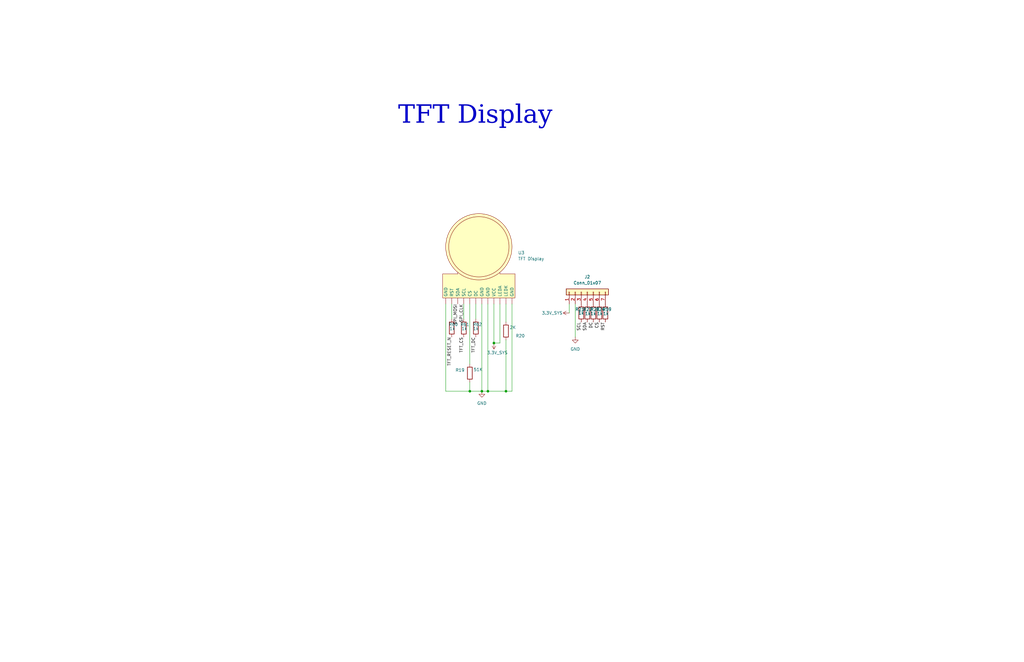
<source format=kicad_sch>
(kicad_sch (version 20231120) (generator "eeschema") (generator_version "8.0")
  (paper "B")
  (lib_symbols
    (symbol "Connector_Generic:Conn_01x07" (pin_names (offset 1.016) hide)
      (property "Reference" "J" (at 0 10.16 0))
      (property "Value" "Conn_01x07" (at 0 -10.16 0))
      (symbol "Conn_01x07_1_1"
        (rectangle (start -1.27 -7.493) (end 0 -7.747) (stroke (width 0.1524)))
        (rectangle (start -1.27 -4.953) (end 0 -5.207) (stroke (width 0.1524)))
        (rectangle (start -1.27 -2.413) (end 0 -2.667) (stroke (width 0.1524)))
        (rectangle (start -1.27 0.127) (end 0 -0.127) (stroke (width 0.1524)))
        (rectangle (start -1.27 2.667) (end 0 2.413) (stroke (width 0.1524)))
        (rectangle (start -1.27 5.207) (end 0 4.953) (stroke (width 0.1524)))
        (rectangle (start -1.27 7.747) (end 0 7.493) (stroke (width 0.1524)))
        (rectangle (start -1.27 8.89) (end 1.27 -8.89) (stroke (width 0.254)) (fill (type background)))
        (pin passive line (at -5.08 7.62 0) (length 3.81) (name "Pin_1") (number "1"))
        (pin passive line (at -5.08 5.08 0) (length 3.81) (name "Pin_2") (number "2"))
        (pin passive line (at -5.08 2.54 0) (length 3.81) (name "Pin_3") (number "3"))
        (pin passive line (at -5.08 0 0) (length 3.81) (name "Pin_4") (number "4"))
        (pin passive line (at -5.08 -2.54 0) (length 3.81) (name "Pin_5") (number "5"))
        (pin passive line (at -5.08 -5.08 0) (length 3.81) (name "Pin_6") (number "6"))
        (pin passive line (at -5.08 -7.62 0) (length 3.81) (name "Pin_7") (number "7"))
      )
    )
    (symbol "Device:R" (pin_numbers hide) (pin_names (offset 0))
      (property "Reference" "R" (at 2.032 0 90))
      (property "Value" "R" (at 0 0 90))
      (symbol "R_0_1"
        (rectangle (start -1.016 -2.54) (end 1.016 2.54) (stroke (width 0.254)))
      )
      (symbol "R_1_1"
        (pin passive line (at 0 3.81 270) (length 1.27) (name "~") (number "1"))
        (pin passive line (at 0 -3.81 90) (length 1.27) (name "~") (number "2"))
      )
    )
    (symbol "GND_1" (power) (pin_numbers hide) (pin_names (offset 0) hide)
      (property "Value" "GND" (at 0 -3.81 0))
      (symbol "GND_1_0_1"
        (polyline (pts (xy 0 0) (xy 0 -1.27) (xy 1.27 -1.27) (xy 0 -2.54) (xy -1.27 -1.27) (xy 0 -1.27)))
      )
      (symbol "GND_1_1_1"
        (pin power_in line (at 0 0 270) (length 0) (name "~") (number "1"))
      )
    )
    (symbol "GND_2" (power) (pin_numbers hide) (pin_names (offset 0) hide)
      (property "Value" "GND" (at 0 -3.81 0))
      (symbol "GND_2_0_1"
        (polyline (pts (xy 0 0) (xy 0 -1.27) (xy 1.27 -1.27) (xy 0 -2.54) (xy -1.27 -1.27) (xy 0 -1.27)))
      )
      (symbol "GND_2_1_1"
        (pin power_in line (at 0 0 270) (length 0) (name "~") (number "1"))
      )
    )
    (symbol "custom_symbols:TFT_Display"
      (property "Reference" "U" (at 0.254 19.05 0))
      (property "Value" "TFT Display" (at 0.254 23.114 0))
      (symbol "TFT_Display_0_1"
        (polyline (pts (xy -8.89 10.16) (xy -15.24 10.16)))
        (polyline (pts (xy -8.89 10.795) (xy -8.89 10.16)))
        (polyline (pts (xy 8.89 10.16) (xy 15.24 10.16)))
        (polyline (pts (xy 8.89 10.795) (xy 8.89 10.16)))
      )
      (symbol "TFT_Display_1_1"
        (polyline (pts (xy 15.24 10.16) (xy 15.24 0) (xy -15.24 0) (xy -15.24 10.16)) (fill (type background)))
        (circle (center 0 21.59) (radius 12.7) (fill (type background)))
        (circle (center 0 21.59) (radius 13.97) (fill (type background)))
        (pin bidirectional line (at -3.81 -2.54 90) (length 2.54) (name "CS") (number ""))
        (pin bidirectional line (at -1.27 -2.54 90) (length 2.54) (name "DC") (number ""))
        (pin bidirectional line (at -13.97 -2.54 90) (length 2.54) (name "GND") (number ""))
        (pin bidirectional line (at 1.27 -2.54 90) (length 2.54) (name "GND") (number ""))
        (pin bidirectional line (at 3.81 -2.54 90) (length 2.54) (name "GND") (number ""))
        (pin bidirectional line (at 13.97 -2.54 90) (length 2.54) (name "GND") (number ""))
        (pin bidirectional line (at 8.89 -2.54 90) (length 2.54) (name "LEDA") (number ""))
        (pin bidirectional line (at 11.43 -2.54 90) (length 2.54) (name "LEDK") (number ""))
        (pin bidirectional line (at -11.43 -2.54 90) (length 2.54) (name "RST") (number ""))
        (pin bidirectional line (at -6.35 -2.54 90) (length 2.54) (name "SCL") (number ""))
        (pin bidirectional line (at -8.89 -2.54 90) (length 2.54) (name "SDA") (number ""))
        (pin bidirectional line (at 6.35 -2.54 90) (length 2.54) (name "VCC") (number ""))
      )
    )
    (symbol "power:+3.3V" (power) (pin_numbers hide) (pin_names (offset 0) hide)
      (property "Value" "+3.3V" (at 0 3.556 0))
      (symbol "+3.3V_0_1"
        (polyline (pts (xy -0.762 1.27) (xy 0 2.54)))
        (polyline (pts (xy 0 0) (xy 0 2.54)))
        (polyline (pts (xy 0 2.54) (xy 0.762 1.27)))
      )
      (symbol "+3.3V_1_1"
        (pin power_in line (at 0 0 90) (length 0) (name "~") (number "1"))
      )
    )
  )
  (junction (at 208.28 144.78))
  (junction (at 203.2 165.1))
  (junction (at 213.36 165.1))
  (junction (at 198.12 165.1))
  (junction (at 205.74 165.1))
  (wire (pts (xy 208.28 144.78) (xy 210.82 144.78)))
  (wire (pts (xy 203.2 165.1) (xy 205.74 165.1)))
  (wire (pts (xy 195.58 134.62) (xy 195.58 128.27)))
  (wire (pts (xy 213.36 165.1) (xy 215.9 165.1)))
  (wire (pts (xy 240.03 132.08) (xy 240.03 128.27)))
  (wire (pts (xy 187.96 165.1) (xy 198.12 165.1)))
  (wire (pts (xy 210.82 144.78) (xy 210.82 128.27)))
  (wire (pts (xy 190.5 134.62) (xy 190.5 128.27)))
  (wire (pts (xy 213.36 143.51) (xy 213.36 165.1)))
  (wire (pts (xy 208.28 128.27) (xy 208.28 144.78)))
  (wire (pts (xy 198.12 165.1) (xy 203.2 165.1)))
  (wire (pts (xy 242.57 142.24) (xy 242.57 128.27)))
  (wire (pts (xy 213.36 128.27) (xy 213.36 135.89)))
  (wire (pts (xy 187.96 128.27) (xy 187.96 165.1)))
  (wire (pts (xy 205.74 128.27) (xy 205.74 165.1)))
  (wire (pts (xy 215.9 128.27) (xy 215.9 165.1)))
  (wire (pts (xy 203.2 128.27) (xy 203.2 165.1)))
  (wire (pts (xy 200.66 134.62) (xy 200.66 128.27)))
  (wire (pts (xy 205.74 165.1) (xy 213.36 165.1)))
  (wire (pts (xy 198.12 161.29) (xy 198.12 165.1)))
  (wire (pts (xy 198.12 128.27) (xy 198.12 153.67)))
  (text "TFT Display" (at 200.406 50.8 0) (effects (font (size 7.62 7.62) (thickness 0.9525))))
  (label "DC" (at 250.19 135.89 270))
  (label "CS" (at 252.73 135.89 270))
  (label "SCL" (at 245.11 135.89 270))
  (label "SPI_MOSI" (at 193.04 128.27 270))
  (label "TFT_DC" (at 200.66 142.24 270))
  (label "SDA" (at 247.65 135.89 270))
  (label "TFT_RESET_N" (at 190.5 142.24 270))
  (label "RST" (at 255.27 135.89 270))
  (label "TFT_CS" (at 195.58 142.24 270))
  (label "SPI_CLK" (at 195.58 128.27 270))
  (symbol (lib_id "power:+3.3V") (at 208.28 144.78 180) (unit 1)
    (property "Reference" "#PWR051" (effects (hide yes)))
    (property "Value" "3.3V_SYS" (at 214.122 148.844 0) (effects (justify left)))
    (property "Description" "Power symbol creates a global label with name \"+3.3V\"" (effects (hide yes)))
  )
  (symbol (lib_id "Device:R") (at 198.12 157.48 0) (unit 1)
    (property "Reference" "R19" (at 192.024 156.21 0) (effects (justify left)))
    (property "Value" "51K" (at 199.644 155.956 0) (effects (justify left)))
    (property "Description" "Resistor" (effects (hide yes)))
  )
  (symbol (lib_id "Connector_Generic:Conn_01x07") (at 247.65 123.19 90) (unit 1)
    (property "Reference" "J2" (at 247.65 116.84 90))
    (property "Value" "Conn_01x07" (at 247.65 119.38 90))
    (property "Description" "Generic connector, single row, 01x07, script generated (kicad-library-utils/schlib/autogen/connector/)" (effects (hide yes)))
  )
  (symbol (lib_id "Device:R") (at 195.58 138.43 0) (unit 1)
    (property "Reference" "R61" (at 194.056 136.906 0) (effects (justify left)))
    (property "Value" "1k" (at 194.564 138.684 0) (effects (justify left)))
    (property "Description" "Resistor" (effects (hide yes)))
  )
  (symbol (lib_name "GND_1") (lib_id "power:GND") (at 203.2 165.1 0) (unit 1)
    (property "Reference" "#PWR050" (effects (hide yes)))
    (property "Value" "GND" (at 203.2 170.18 0))
    (property "Description" "Power symbol creates a global label with name \"GND\" , ground" (effects (hide yes)))
  )
  (symbol (lib_id "Device:R") (at 255.27 132.08 0) (unit 1)
    (property "Reference" "R59" (at 254 130.556 0) (effects (justify left)))
    (property "Value" "1k" (at 254.254 132.334 0) (effects (justify left)))
    (property "Description" "Resistor" (effects (hide yes)))
  )
  (symbol (lib_id "Device:R") (at 200.66 138.43 0) (unit 1)
    (property "Reference" "R62" (at 199.39 136.906 0) (effects (justify left)))
    (property "Value" "1k" (at 199.39 138.684 0) (effects (justify left)))
    (property "Description" "Resistor" (effects (hide yes)))
  )
  (symbol (lib_id "Device:R") (at 213.36 139.7 0) (unit 1)
    (property "Reference" "R20" (at 217.424 141.732 0) (effects (justify left)))
    (property "Value" "2K" (at 214.884 138.176 0) (effects (justify left)))
    (property "Description" "Resistor" (effects (hide yes)))
  )
  (symbol (lib_id "custom_symbols:TFT_Display") (at 201.93 125.73 0) (unit 1)
    (property "Reference" "U3" (at 218.44 106.6799 0) (effects (justify left)))
    (property "Value" "TFT Display" (at 218.44 109.2199 0) (effects (justify left)))
  )
  (symbol (lib_id "Device:R") (at 245.11 132.08 0) (unit 1)
    (property "Reference" "R21" (at 242.57 130.556 0) (effects (justify left)))
    (property "Value" "1k" (at 243.84 132.08 0) (effects (justify left)))
    (property "Description" "Resistor" (effects (hide yes)))
  )
  (symbol (lib_id "Device:R") (at 190.5 138.43 0) (unit 1)
    (property "Reference" "R60" (at 189.23 136.906 0) (effects (justify left)))
    (property "Value" "1k" (at 189.484 138.684 0) (effects (justify left)))
    (property "Description" "Resistor" (effects (hide yes)))
  )
  (symbol (lib_id "Device:R") (at 252.73 132.08 0) (unit 1)
    (property "Reference" "R24" (at 251.206 130.556 0) (effects (justify left)))
    (property "Value" "1k" (at 251.714 132.334 0) (effects (justify left)))
    (property "Description" "Resistor" (effects (hide yes)))
  )
  (symbol (lib_id "Device:R") (at 250.19 132.08 0) (unit 1)
    (property "Reference" "R23" (at 248.92 130.556 0) (effects (justify left)))
    (property "Value" "1k" (at 248.92 132.334 0) (effects (justify left)))
    (property "Description" "Resistor" (effects (hide yes)))
  )
  (symbol (lib_name "GND_2") (lib_id "power:GND") (at 242.57 142.24 0) (unit 1)
    (property "Reference" "#PWR052" (effects (hide yes)))
    (property "Value" "GND" (at 242.57 147.32 0))
    (property "Description" "Power symbol creates a global label with name \"GND\" , ground" (effects (hide yes)))
  )
  (symbol (lib_id "power:+3.3V") (at 240.03 132.08 90) (unit 1)
    (property "Reference" "#PWR049" (effects (hide yes)))
    (property "Value" "3.3V_SYS" (at 237.236 132.08 90) (effects (justify left)))
    (property "Description" "Power symbol creates a global label with name \"+3.3V\"" (effects (hide yes)))
  )
  (symbol (lib_id "Device:R") (at 247.65 132.08 0) (unit 1)
    (property "Reference" "R22" (at 245.872 130.556 0) (effects (justify left)))
    (property "Value" "1k" (at 246.634 132.334 0) (effects (justify left)))
    (property "Description" "Resistor" (effects (hide yes)))
  )
)
</source>
